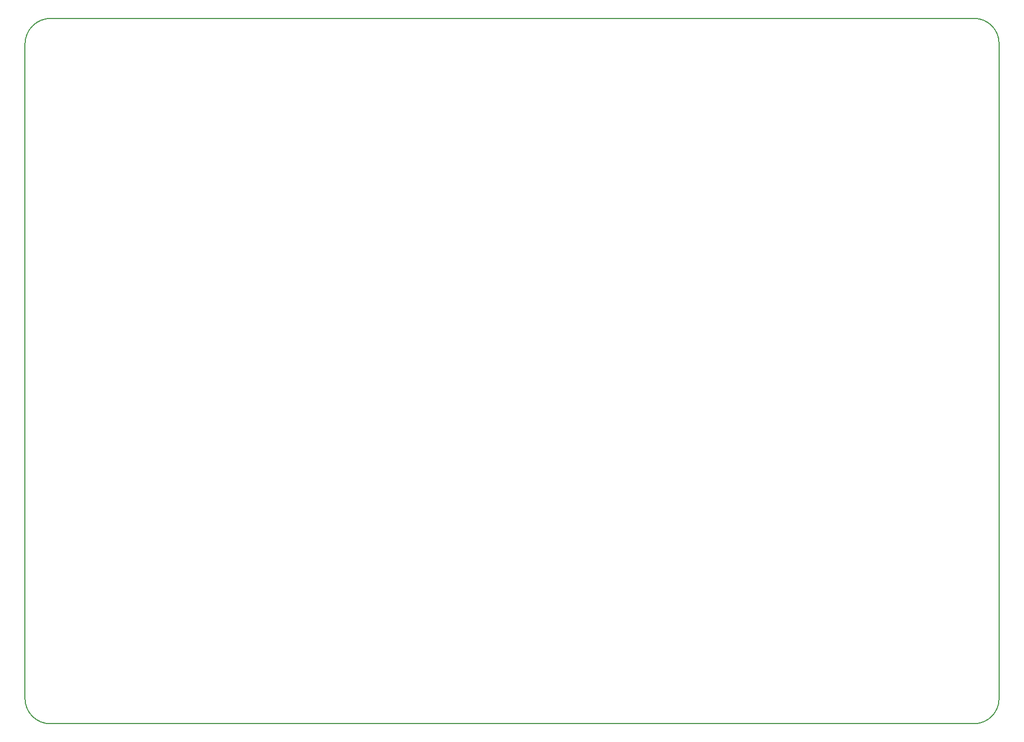
<source format=gko>
G04*
G04 #@! TF.GenerationSoftware,Altium Limited,CircuitMaker,2.2.1 (2.2.1.6)*
G04*
G04 Layer_Color=16720538*
%FSLAX44Y44*%
%MOMM*%
G71*
G04*
G04 #@! TF.SameCoordinates,19C9E3CA-E082-4F8C-9F67-3D0F94DA41C6*
G04*
G04*
G04 #@! TF.FilePolarity,Positive*
G04*
G01*
G75*
%ADD10C,0.2000*%
D10*
X55000Y280350D02*
G03*
X95350Y240000I40350J0D01*
G01*
X96166Y1370000D02*
G03*
X55000Y1328834I0J-41166D01*
G01*
X1615000Y1329877D02*
G03*
X1574877Y1370000I-40123J0D01*
G01*
X1574863Y240000D02*
G03*
X1615000Y280137I0J40136D01*
G01*
X55000Y280350D02*
Y1328834D01*
X95350Y240000D02*
X1574863D01*
X96166Y1370000D02*
X1574877D01*
X1615000Y280137D02*
Y1329877D01*
M02*

</source>
